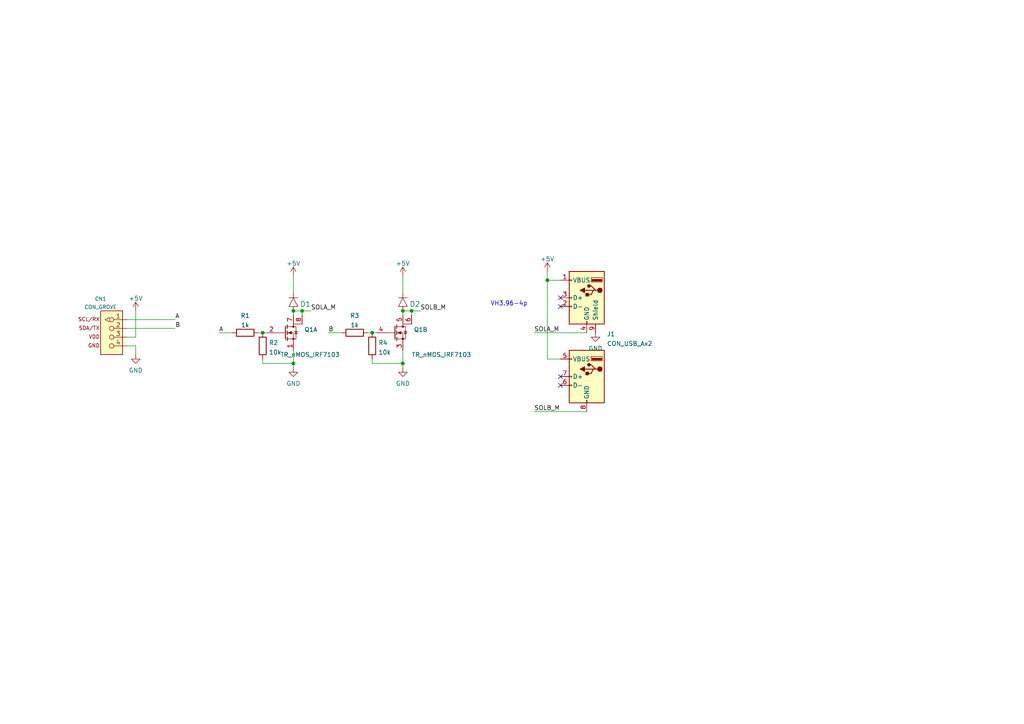
<source format=kicad_sch>
(kicad_sch (version 20211123) (generator eeschema)
  (paper "A4")
  (lib_symbols
    (symbol "Device:R" (pin_numbers hide) (pin_names (offset 0))
      (property "Reference" "R" (at 2.032 0 90))
      (property "Value" "R" (at 0 0 90))
      (symbol "R_0_1"
        (rectangle (start -1.016 -2.54) (end 1.016 2.54) (stroke (width 0.254)))
      )
      (symbol "R_1_1"
        (pin passive line (at 0 3.81 270) (length 1.27) (name "~") (number "1"))
        (pin passive line (at 0 -3.81 90) (length 1.27) (name "~") (number "2"))
      )
    )
    (symbol "akita:CON_GROVE" (pin_names (offset 1.016))
      (property "Reference" "CN" (at 0 3.81 0))
      (property "Value" "CON_GROVE" (at 3.81 -5.08 90))
      (symbol "CON_GROVE_1_0"
        (text "GND" (at 5.334 -5.588 0) (effects (font (size 1.0668 1.0668)) (justify left bottom)))
        (text "SCL/RX" (at 5.334 2.032 0) (effects (font (size 1.0668 1.0668)) (justify left bottom)))
        (text "SDA/TX" (at 5.334 -0.508 0) (effects (font (size 1.0668 1.0668)) (justify left bottom)))
        (text "VDD" (at 5.334 -3.048 0) (effects (font (size 1.0668 1.0668)) (justify left bottom)))
        (pin bidirectional inverted_clock (at -2.54 2.54 0) (length 5.08) (name "1") (number "1"))
        (pin bidirectional inverted (at -2.54 0 0) (length 5.08) (name "2") (number "2"))
        (pin bidirectional inverted (at -2.54 -2.54 0) (length 5.08) (name "3") (number "3"))
        (pin bidirectional inverted (at -2.54 -5.08 0) (length 5.08) (name "4") (number "4"))
      )
      (symbol "CON_GROVE_1_1"
        (rectangle (start -1.27 5.08) (end 5.08 -7.62) (stroke (width 0.2032)) (fill (type background)))
      )
    )
    (symbol "akita:CON_USB_Ax2" (pin_names (offset 1.016))
      (property "Reference" "J" (at -5.08 11.43 0))
      (property "Value" "CON_USB_Ax2" (at -5.08 8.89 0))
      (symbol "CON_USB_Ax2_0_1"
        (rectangle (start -5.08 -7.62) (end 5.08 7.62) (stroke (width 0.254)) (fill (type background)))
        (circle (center -3.81 2.159) (radius 0.635) (stroke (width 0.254)) (fill (type outline)))
        (rectangle (start -1.524 4.826) (end -4.318 5.334) (fill (type outline)))
        (rectangle (start -1.27 4.572) (end -4.572 5.842))
        (circle (center -0.635 3.429) (radius 0.381) (stroke (width 0.254)) (fill (type outline)))
        (rectangle (start -0.127 -7.62) (end 0.127 -6.858))
        (polyline (pts (xy -3.175 2.159) (xy -2.54 2.159) (xy -1.27 3.429) (xy -0.635 3.429)) (stroke (width 0.254)))
        (polyline (pts (xy -2.54 2.159) (xy -1.905 2.159) (xy -1.27 0.889) (xy 0 0.889)) (stroke (width 0.254)))
        (polyline (pts (xy 0.635 2.794) (xy 0.635 1.524) (xy 1.905 2.159) (xy 0.635 2.794)) (stroke (width 0.254)) (fill (type outline)))
        (rectangle (start 0.254 1.27) (end -0.508 0.508) (stroke (width 0.254)) (fill (type outline)))
        (rectangle (start 5.08 -2.667) (end 4.318 -2.413))
        (rectangle (start 5.08 -0.127) (end 4.318 0.127))
        (rectangle (start 5.08 4.953) (end 4.318 5.207))
      )
      (symbol "CON_USB_Ax2_1_1"
        (rectangle (start -5.08 -30.48) (end 5.08 -15.24) (stroke (width 0.254)) (fill (type background)))
        (circle (center -3.81 -20.701) (radius 0.635) (stroke (width 0.254)) (fill (type outline)))
        (rectangle (start -1.524 -18.034) (end -4.318 -17.526) (fill (type outline)))
        (rectangle (start -1.27 -18.288) (end -4.572 -17.018))
        (circle (center -0.635 -19.431) (radius 0.381) (stroke (width 0.254)) (fill (type outline)))
        (rectangle (start -0.127 -30.48) (end 0.127 -29.718))
        (polyline (pts (xy -1.905 -20.701) (xy 0.635 -20.701)) (stroke (width 0.254)))
        (polyline (pts (xy -1.905 2.159) (xy 0.635 2.159)) (stroke (width 0.254)))
        (polyline (pts (xy -3.175 -20.701) (xy -2.54 -20.701) (xy -1.27 -19.431) (xy -0.635 -19.431)) (stroke (width 0.254)))
        (polyline (pts (xy -2.54 -20.701) (xy -1.905 -20.701) (xy -1.27 -21.971) (xy 0 -21.971)) (stroke (width 0.254)))
        (polyline (pts (xy 0.635 -20.066) (xy 0.635 -21.336) (xy 1.905 -20.701) (xy 0.635 -20.066)) (stroke (width 0.254)) (fill (type outline)))
        (rectangle (start 0.254 -21.59) (end -0.508 -22.352) (stroke (width 0.254)) (fill (type outline)))
        (rectangle (start 5.08 -25.527) (end 4.318 -25.273))
        (rectangle (start 5.08 -22.987) (end 4.318 -22.733))
        (rectangle (start 5.08 -17.907) (end 4.318 -17.653))
        (pin power_in line (at 7.62 5.08 180) (length 2.54) (name "VBUS") (number "1"))
        (pin passive line (at 7.62 -2.54 180) (length 2.54) (name "D-") (number "2"))
        (pin passive line (at 7.62 0 180) (length 2.54) (name "D+") (number "3"))
        (pin power_in line (at 0 -10.16 90) (length 2.54) (name "GND") (number "4"))
        (pin power_in line (at 7.62 -17.78 180) (length 2.54) (name "VBUS") (number "5"))
        (pin passive line (at 7.62 -25.4 180) (length 2.54) (name "D-") (number "6"))
        (pin passive line (at 7.62 -22.86 180) (length 2.54) (name "D+") (number "7"))
        (pin power_in line (at 0 -33.02 90) (length 2.54) (name "GND") (number "8"))
        (pin passive line (at -2.54 -10.16 90) (length 2.54) (name "Shield") (number "9"))
      )
    )
    (symbol "akita:DIODE" (pin_names (offset 1.016))
      (property "Reference" "D" (at -2.54 2.54 0))
      (symbol "DIODE_1_0"
        (polyline (pts (xy -2.54 0) (xy -1.27 0)))
        (polyline (pts (xy -1.27 -1.27) (xy 1.27 0)))
        (polyline (pts (xy -1.27 0) (xy -1.27 -1.27)))
        (polyline (pts (xy -1.27 1.27) (xy -1.27 0)))
        (polyline (pts (xy 1.27 0) (xy -1.27 1.27)))
        (polyline (pts (xy 1.27 0) (xy 1.27 -1.27)))
        (polyline (pts (xy 1.27 1.27) (xy 1.27 0)))
        (polyline (pts (xy 2.54 0) (xy 1.27 0)))
        (pin passive line (at -2.54 0 0) (length 0) (name "A") (number "A"))
        (pin passive line (at 2.54 0 180) (length 0) (name "K") (number "K"))
      )
    )
    (symbol "akita:TR_nMOS_IRF7103" (pin_names hide)
      (property "Reference" "Q" (at 5.08 1.905 0))
      (property "Value" "TR_nMOS_IRF7103" (at 5.08 0 0))
      (symbol "TR_nMOS_IRF7103_0_1"
        (polyline (pts (xy 0.254 0) (xy -2.54 0)))
        (polyline (pts (xy 0.254 1.905) (xy 0.254 -1.905)) (stroke (width 0.254)))
        (polyline (pts (xy 0.762 -1.27) (xy 0.762 -2.286)) (stroke (width 0.254)))
        (polyline (pts (xy 0.762 0.508) (xy 0.762 -0.508)) (stroke (width 0.254)))
        (polyline (pts (xy 0.762 2.286) (xy 0.762 1.27)) (stroke (width 0.254)))
        (polyline (pts (xy 2.54 2.54) (xy 2.54 1.778)))
        (polyline (pts (xy 5.08 2.54) (xy 2.54 2.54)))
        (polyline (pts (xy 2.54 -2.54) (xy 2.54 0) (xy 0.762 0)))
        (polyline (pts (xy 0.762 -1.778) (xy 3.302 -1.778) (xy 3.302 1.778) (xy 0.762 1.778)))
        (polyline (pts (xy 1.016 0) (xy 2.032 0.381) (xy 2.032 -0.381) (xy 1.016 0)) (fill (type outline)))
        (polyline (pts (xy 2.794 0.508) (xy 2.921 0.381) (xy 3.683 0.381) (xy 3.81 0.254)))
        (polyline (pts (xy 3.302 0.381) (xy 2.921 -0.254) (xy 3.683 -0.254) (xy 3.302 0.381)))
        (circle (center 2.54 -1.778) (radius 0.254) (fill (type outline)))
        (circle (center 2.54 1.778) (radius 0.254) (fill (type outline)))
      )
      (symbol "TR_nMOS_IRF7103_1_1"
        (pin passive line (at 2.54 -5.08 90) (length 2.54) (name "S") (number "1"))
        (pin input line (at -5.08 0 0) (length 2.54) (name "G") (number "2"))
        (pin passive line (at 2.54 5.08 270) (length 2.54) (name "D") (number "7"))
        (pin passive line (at 5.08 5.08 270) (length 2.54) (name "D2") (number "8"))
      )
      (symbol "TR_nMOS_IRF7103_2_1"
        (pin passive line (at 2.54 -5.08 90) (length 2.54) (name "S") (number "3"))
        (pin input line (at -5.08 0 0) (length 2.54) (name "G") (number "4"))
        (pin passive line (at 2.54 5.08 270) (length 2.54) (name "D") (number "5"))
        (pin passive line (at 5.08 5.08 270) (length 2.54) (name "D2") (number "6"))
      )
    )
    (symbol "power:+5V" (power) (pin_names (offset 0))
      (property "Value" "+5V" (at 0 3.556 0))
      (symbol "+5V_0_1"
        (polyline (pts (xy -0.762 1.27) (xy 0 2.54)))
        (polyline (pts (xy 0 0) (xy 0 2.54)))
        (polyline (pts (xy 0 2.54) (xy 0.762 1.27)))
      )
      (symbol "+5V_1_1"
        (pin power_in line (at 0 0 90) (length 0) hide (name "+5V") (number "1"))
      )
    )
    (symbol "power:GND" (power) (pin_names (offset 0))
      (property "Value" "GND" (at 0 -3.81 0))
      (symbol "GND_0_1"
        (polyline (pts (xy 0 0) (xy 0 -1.27) (xy 1.27 -1.27) (xy 0 -2.54) (xy -1.27 -1.27) (xy 0 -1.27)))
      )
      (symbol "GND_1_1"
        (pin power_in line (at 0 0 270) (length 0) hide (name "GND") (number "1"))
      )
    )
  )
  (junction (at 107.95 96.52))
  (junction (at 85.09 90.17))
  (junction (at 76.2 96.52))
  (junction (at 119.38 90.17))
  (junction (at 158.75 81.28))
  (junction (at 87.63 90.17))
  (junction (at 116.84 90.17))
  (junction (at 116.84 105.41))
  (junction (at 85.09 105.41))
  (no_connect (at 162.56 88.9))
  (no_connect (at 162.56 111.76))
  (no_connect (at 162.56 109.22))
  (no_connect (at 162.56 86.36))
  (wire (pts (xy 39.37 90.17) (xy 39.37 97.79)))
  (wire (pts (xy 106.68 96.52) (xy 107.95 96.52)))
  (wire (pts (xy 74.93 96.52) (xy 76.2 96.52)))
  (wire (pts (xy 36.83 97.79) (xy 39.37 97.79)))
  (wire (pts (xy 154.94 119.38) (xy 170.18 119.38)))
  (wire (pts (xy 119.38 90.17) (xy 119.38 91.44)))
  (wire (pts (xy 85.09 90.17) (xy 85.09 91.44)))
  (wire (pts (xy 121.92 90.17) (xy 119.38 90.17)))
  (wire (pts (xy 107.95 105.41) (xy 107.95 104.14)))
  (wire (pts (xy 158.75 81.28) (xy 162.56 81.28)))
  (wire (pts (xy 107.95 96.52) (xy 109.22 96.52)))
  (wire (pts (xy 158.75 81.28) (xy 158.75 78.74)))
  (wire (pts (xy 116.84 105.41) (xy 116.84 101.6)))
  (wire (pts (xy 87.63 90.17) (xy 87.63 91.44)))
  (wire (pts (xy 116.84 105.41) (xy 107.95 105.41)))
  (wire (pts (xy 87.63 90.17) (xy 85.09 90.17)))
  (wire (pts (xy 85.09 105.41) (xy 76.2 105.41)))
  (wire (pts (xy 36.83 100.33) (xy 39.37 100.33)))
  (wire (pts (xy 154.94 96.52) (xy 170.18 96.52)))
  (wire (pts (xy 63.5 96.52) (xy 67.31 96.52)))
  (wire (pts (xy 85.09 85.09) (xy 85.09 80.01)))
  (wire (pts (xy 90.17 90.17) (xy 87.63 90.17)))
  (wire (pts (xy 116.84 85.09) (xy 116.84 80.01)))
  (wire (pts (xy 36.83 95.25) (xy 50.8 95.25)))
  (wire (pts (xy 116.84 90.17) (xy 116.84 91.44)))
  (wire (pts (xy 85.09 106.68) (xy 85.09 105.41)))
  (wire (pts (xy 85.09 105.41) (xy 85.09 101.6)))
  (wire (pts (xy 158.75 104.14) (xy 158.75 81.28)))
  (wire (pts (xy 116.84 106.68) (xy 116.84 105.41)))
  (wire (pts (xy 76.2 105.41) (xy 76.2 104.14)))
  (wire (pts (xy 162.56 104.14) (xy 158.75 104.14)))
  (wire (pts (xy 95.25 96.52) (xy 99.06 96.52)))
  (wire (pts (xy 36.83 92.71) (xy 50.8 92.71)))
  (wire (pts (xy 119.38 90.17) (xy 116.84 90.17)))
  (wire (pts (xy 76.2 96.52) (xy 77.47 96.52)))
  (wire (pts (xy 39.37 100.33) (xy 39.37 102.87)))
  (text "VH3.96-4p" (at 142.24 88.9 0) (effects (font (size 1.27 1.27)) (justify left bottom)))
  (label "SOLB_M" (at 121.92 90.17 0))
  (label "SOLA_M" (at 90.17 90.17 0))
  (label "A" (at 50.8 92.71 0))
  (label "SOLA_M" (at 154.94 96.52 0))
  (label "SOLB_M" (at 154.94 119.38 0))
  (label "A" (at 63.5 96.52 0))
  (label "B" (at 95.25 96.52 0))
  (label "B" (at 50.8 95.25 0))
  (symbol (lib_id "Device:R") (at 107.95 100.33 180) (unit 1)
    (property "Reference" "R4" (at 109.728 99.4215 0) (effects (justify right)))
    (property "Value" "10k" (at 109.728 102.1966 0) (effects (justify right)))
    (property "Footprint" "Resistor_SMD:R_0603_1608Metric" (effects hide))
  )
  (symbol (lib_id "Device:R") (at 76.2 100.33 180) (unit 1)
    (property "Reference" "R2" (at 77.978 99.4215 0) (effects (justify right)))
    (property "Value" "10k" (at 77.978 102.1966 0) (effects (justify right)))
    (property "Footprint" "Resistor_SMD:R_0603_1608Metric" (effects hide))
  )
  (symbol (lib_id "akita:TR_nMOS_IRF7103") (at 82.55 96.52 0) (unit 1)
    (property "Reference" "Q1" (at 88.265 95.6115 0) (effects (justify left)))
    (property "Value" "TR_nMOS_IRF7103" (at 81.28 102.87 0) (effects (justify left)))
    (property "Footprint" "Package_SO:SO-8_3.9x4.9mm_P1.27mm" (effects hide))
  )
  (symbol (lib_id "akita:DIODE") (at 116.84 87.63 90) (unit 1)
    (property "Reference" "D2" (at 118.745 88.1952 90) (effects (font (size 1.4986 1.4986)) (justify right)))
    (property "Value" "DIODE" (effects hide))
    (property "Footprint" "akita:D_SOD123FL" (effects hide))
  )
  (symbol (lib_id "power:GND") (at 85.09 106.68 0) (unit 1)
    (property "Reference" "#PWR012" (effects hide))
    (property "Value" "GND" (at 85.09 111.2425 0))
  )
  (symbol (lib_id "akita:CON_GROVE") (at 34.29 95.25 0) (mirror y) (unit 1)
    (property "Reference" "CN1" (at 29.1687 86.6806 0) (effects (font (size 1.0668 1.0668))))
    (property "Value" "CON_GROVE" (at 29.1687 89.0523 0) (effects (font (size 1.0668 1.0668))))
    (property "Footprint" "akita:CON_GROVE_H" (effects hide))
  )
  (symbol (lib_id "power:+5V") (at 158.75 78.74 0) (unit 1)
    (property "Reference" "#PWR0103" (effects hide))
    (property "Value" "+5V" (at 158.75 75.1355 0))
  )
  (symbol (lib_id "Device:R") (at 102.87 96.52 90) (unit 1)
    (property "Reference" "R3" (at 102.87 91.5375 90))
    (property "Value" "1k" (at 102.87 94.3126 90))
    (property "Footprint" "Resistor_SMD:R_0603_1608Metric" (effects hide))
  )
  (symbol (lib_id "akita:DIODE") (at 85.09 87.63 90) (unit 1)
    (property "Reference" "D1" (at 86.995 88.1952 90) (effects (font (size 1.4986 1.4986)) (justify right)))
    (property "Value" "DIODE" (effects hide))
    (property "Footprint" "akita:D_SOD123FL" (effects hide))
  )
  (symbol (lib_id "akita:TR_nMOS_IRF7103") (at 114.3 96.52 0) (unit 2)
    (property "Reference" "Q1" (at 120.015 95.6115 0) (effects (justify left)))
    (property "Value" "TR_nMOS_IRF7103" (at 119.38 102.87 0) (effects (justify left)))
    (property "Footprint" "Package_SO:SO-8_3.9x4.9mm_P1.27mm" (effects hide))
  )
  (symbol (lib_id "power:GND") (at 39.37 102.87 0) (unit 1)
    (property "Reference" "#PWR04" (effects hide))
    (property "Value" "GND" (at 39.37 107.4325 0))
  )
  (symbol (lib_id "akita:CON_USB_Ax2") (at 170.18 86.36 0) (mirror y) (unit 1)
    (property "Reference" "J1" (at 176.022 96.8815 0) (effects (justify right)))
    (property "Value" "CON_USB_Ax2" (at 176.022 99.6566 0) (effects (justify right)))
    (property "Footprint" "Connector_USB:USB_A_Wuerth_61400826021_Horizontal_Stacked" (effects hide))
    (property "Datasheet" " ~" (effects hide))
  )
  (symbol (lib_id "power:GND") (at 116.84 106.68 0) (unit 1)
    (property "Reference" "#PWR08" (effects hide))
    (property "Value" "GND" (at 116.84 111.2425 0))
  )
  (symbol (lib_id "power:+5V") (at 85.09 80.01 0) (unit 1)
    (property "Reference" "#PWR0102" (effects hide))
    (property "Value" "+5V" (at 85.09 76.4055 0))
  )
  (symbol (lib_id "power:GND") (at 172.72 96.52 0) (unit 1)
    (property "Reference" "#PWR09" (effects hide))
    (property "Value" "GND" (at 172.72 101.0825 0))
  )
  (symbol (lib_id "power:+5V") (at 39.37 90.17 0) (unit 1)
    (property "Reference" "#PWR03" (effects hide))
    (property "Value" "+5V" (at 39.37 86.5655 0))
  )
  (symbol (lib_id "Device:R") (at 71.12 96.52 90) (unit 1)
    (property "Reference" "R1" (at 71.12 91.5375 90))
    (property "Value" "1k" (at 71.12 94.3126 90))
    (property "Footprint" "Resistor_SMD:R_0603_1608Metric" (effects hide))
  )
  (symbol (lib_id "power:+5V") (at 116.84 80.01 0) (unit 1)
    (property "Reference" "#PWR0101" (effects hide))
    (property "Value" "+5V" (at 116.84 76.4055 0))
  )
)
</source>
